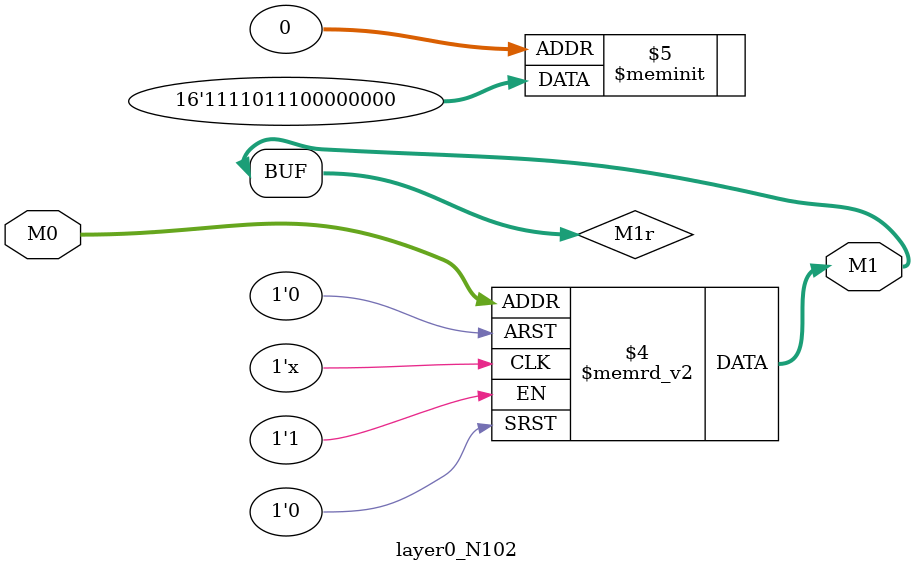
<source format=v>
module layer0_N102 ( input [2:0] M0, output [1:0] M1 );

	(*rom_style = "distributed" *) reg [1:0] M1r;
	assign M1 = M1r;
	always @ (M0) begin
		case (M0)
			3'b000: M1r = 2'b00;
			3'b100: M1r = 2'b11;
			3'b010: M1r = 2'b00;
			3'b110: M1r = 2'b11;
			3'b001: M1r = 2'b00;
			3'b101: M1r = 2'b01;
			3'b011: M1r = 2'b00;
			3'b111: M1r = 2'b11;

		endcase
	end
endmodule

</source>
